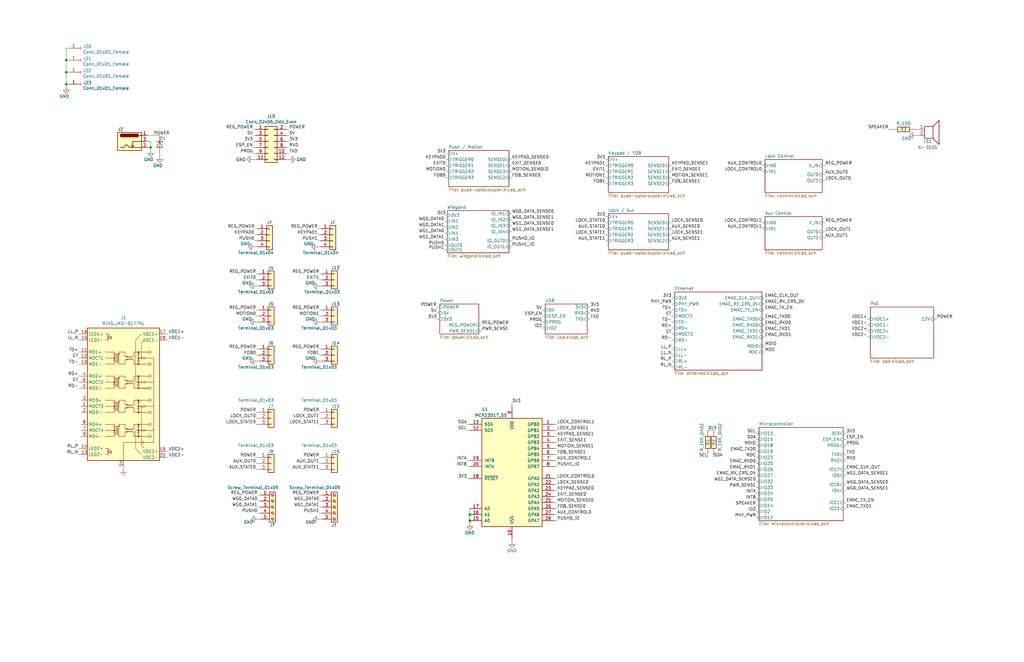
<source format=kicad_sch>
(kicad_sch (version 20211123) (generator eeschema)
  (paper "USLedger")
  (lib_symbols
    (symbol "Connector:Conn_01x01_Female" (pin_names (offset 1.016) hide)
      (property "Reference" "J" (at 0 2.54 0))
      (property "Value" "Connector_Conn_01x01_Female" (at 0 -2.54 0))
      (symbol "Conn_01x01_Female_1_1"
        (pin passive line (at -5.08 0 0) (length 3.81) (name "Pin_1") (number "1"))
      )
    )
    (symbol "Connector_Generic:Conn_02x06_Odd_Even" (pin_names (offset 1.016) hide)
      (property "Reference" "J" (at 1.27 7.62 0))
      (property "Value" "Connector_Generic_Conn_02x06_Odd_Even" (at 1.27 -10.16 0))
      (symbol "Conn_02x06_Odd_Even_1_1"
        (pin passive line (at -5.08 5.08 0) (length 3.81) (name "Pin_1") (number "1"))
        (pin passive line (at 7.62 -5.08 180) (length 3.81) (name "Pin_10") (number "10"))
        (pin passive line (at -5.08 -7.62 0) (length 3.81) (name "Pin_11") (number "11"))
        (pin passive line (at 7.62 -7.62 180) (length 3.81) (name "Pin_12") (number "12"))
        (pin passive line (at 7.62 5.08 180) (length 3.81) (name "Pin_2") (number "2"))
        (pin passive line (at -5.08 2.54 0) (length 3.81) (name "Pin_3") (number "3"))
        (pin passive line (at 7.62 2.54 180) (length 3.81) (name "Pin_4") (number "4"))
        (pin passive line (at -5.08 0 0) (length 3.81) (name "Pin_5") (number "5"))
        (pin passive line (at 7.62 0 180) (length 3.81) (name "Pin_6") (number "6"))
        (pin passive line (at -5.08 -2.54 0) (length 3.81) (name "Pin_7") (number "7"))
        (pin passive line (at 7.62 -2.54 180) (length 3.81) (name "Pin_8") (number "8"))
        (pin passive line (at -5.08 -5.08 0) (length 3.81) (name "Pin_9") (number "9"))
      )
    )
    (symbol "Open Automation:Screw_Terminal_01x05" (pin_names (offset 1.016) hide)
      (property "Reference" "J?" (at -1.27 -7.62 0))
      (property "Value" "Screw_Terminal_01x05" (at -18.415 8.255 0))
      (symbol "Screw_Terminal_01x05_1_1"
        (pin passive line (at -5.08 5.08 0) (length 3.81) (name "Pin_1") (number "1"))
        (pin passive line (at -5.08 2.54 0) (length 3.81) (name "Pin_2") (number "2"))
        (pin passive line (at -5.08 0 0) (length 3.81) (name "Pin_3") (number "3"))
        (pin passive line (at -5.08 -2.54 0) (length 3.81) (name "Pin_4") (number "4"))
        (pin passive line (at -5.08 -5.08 0) (length 3.81) (name "Pin_5") (number "5"))
      )
    )
    (symbol "Open Automation:Terminal_01x04" (pin_names (offset 1.016) hide)
      (property "Reference" "J" (at 0 5.08 0))
      (property "Value" "Terminal_01x04" (at 0 -7.62 0))
      (symbol "Terminal_01x04_1_1"
        (pin passive line (at -5.08 2.54 0) (length 3.81) (name "Pin_1") (number "1"))
        (pin passive line (at -5.08 0 0) (length 3.81) (name "Pin_2") (number "2"))
        (pin passive line (at -5.08 -2.54 0) (length 3.81) (name "Pin_3") (number "3"))
        (pin passive line (at -5.08 -5.08 0) (length 3.81) (name "Pin_4") (number "4"))
      )
    )
    (symbol "Open_Automation:AI-3035" (pin_names (offset 0) hide)
      (property "Reference" "LS" (at 1.27 5.715 0))
      (property "Value" "Open_Automation_AI-3035" (at 1.27 3.81 0))
      (symbol "AI-3035_1_1"
        (pin input line (at -5.08 0 0) (length 2.54) (name "1") (number "1"))
        (pin input line (at -5.08 -2.54 0) (length 2.54) (name "2") (number "2"))
      )
    )
    (symbol "Open_Automation:Barrel_Jack_OD5.5_ID2.5" (pin_names hide)
      (property "Reference" "J" (at 0 5.334 0))
      (symbol "Barrel_Jack_OD5.5_ID2.5_1_1"
        (pin passive line (at 7.62 2.54 180) (length 2.54) (name "~") (number "1"))
        (pin passive line (at 7.62 -2.54 180) (length 2.54) (name "~") (number "2"))
        (pin passive line (at 7.62 0 180) (length 2.54) (name "~") (number "3"))
      )
    )
    (symbol "Open_Automation:D_Zener" (pin_numbers hide) (pin_names (offset 1.016) hide)
      (property "Reference" "D" (at 0 2.54 0))
      (symbol "D_Zener_1_1"
        (pin passive line (at -3.81 0 0) (length 2.54) (name "K") (number "1"))
        (pin passive line (at 3.81 0 180) (length 2.54) (name "A") (number "2"))
      )
    )
    (symbol "Open_Automation:MCP23017_SS" (pin_names (offset 1.016))
      (property "Reference" "U" (at -11.43 24.13 0))
      (property "Value" "Open_Automation_MCP23017_SS" (at 0 0 0))
      (symbol "MCP23017_SS_1_1"
        (pin bidirectional line (at 17.78 20.32 180) (length 5.08) (name "GPB0") (number "1"))
        (pin power_in line (at 0 -27.94 90) (length 5.08) (name "VSS") (number "10"))
        (pin no_connect line (at -12.7 15.24 0) (length 5.08) hide (name "NC") (number "11"))
        (pin input line (at -17.78 17.78 0) (length 5.08) (name "SCK") (number "12"))
        (pin bidirectional line (at -17.78 20.32 0) (length 5.08) (name "SDA") (number "13"))
        (pin no_connect line (at -12.7 12.7 0) (length 5.08) hide (name "NC") (number "14"))
        (pin input line (at -17.78 -20.32 0) (length 5.08) (name "A0") (number "15"))
        (pin input line (at -17.78 -17.78 0) (length 5.08) (name "A1") (number "16"))
        (pin input line (at -17.78 -15.24 0) (length 5.08) (name "A2") (number "17"))
        (pin input line (at -17.78 -2.54 0) (length 5.08) (name "~{RESET}") (number "18"))
        (pin tri_state line (at -17.78 5.08 0) (length 5.08) (name "INTB") (number "19"))
        (pin bidirectional line (at 17.78 17.78 180) (length 5.08) (name "GPB1") (number "2"))
        (pin tri_state line (at -17.78 2.54 0) (length 5.08) (name "INTA") (number "20"))
        (pin bidirectional line (at 17.78 -2.54 180) (length 5.08) (name "GPA0") (number "21"))
        (pin bidirectional line (at 17.78 -5.08 180) (length 5.08) (name "GPA1") (number "22"))
        (pin bidirectional line (at 17.78 -7.62 180) (length 5.08) (name "GPA2") (number "23"))
        (pin bidirectional line (at 17.78 -10.16 180) (length 5.08) (name "GPA3") (number "24"))
        (pin bidirectional line (at 17.78 -12.7 180) (length 5.08) (name "GPA4") (number "25"))
        (pin bidirectional line (at 17.78 -15.24 180) (length 5.08) (name "GPA5") (number "26"))
        (pin bidirectional line (at 17.78 -17.78 180) (length 5.08) (name "GPA6") (number "27"))
        (pin bidirectional line (at 17.78 -20.32 180) (length 5.08) (name "GPA7") (number "28"))
        (pin bidirectional line (at 17.78 15.24 180) (length 5.08) (name "GPB2") (number "3"))
        (pin bidirectional line (at 17.78 12.7 180) (length 5.08) (name "GPB3") (number "4"))
        (pin bidirectional line (at 17.78 10.16 180) (length 5.08) (name "GPB4") (number "5"))
        (pin bidirectional line (at 17.78 7.62 180) (length 5.08) (name "GPB5") (number "6"))
        (pin bidirectional line (at 17.78 5.08 180) (length 5.08) (name "GPB6") (number "7"))
        (pin bidirectional line (at 17.78 2.54 180) (length 5.08) (name "GPB7") (number "8"))
        (pin power_in line (at 0 27.94 270) (length 5.08) (name "VDD") (number "9"))
      )
    )
    (symbol "Open_Automation:RJ45_JK0-0177NL"
      (property "Reference" "J1" (at 0 32.1818 0))
      (property "Value" "RJ45_JK0-0177NL" (at 0 29.8704 0))
      (symbol "RJ45_JK0-0177NL_1_1"
        (pin passive line (at -17.78 -5.08 0) (length 2.54) (name "MDCT3") (number "1"))
        (pin passive line (at -17.78 12.7 0) (length 2.54) (name "MD1-") (number "10"))
        (pin passive line (at -17.78 17.78 0) (length 2.54) (name "MD1+") (number "11"))
        (pin passive line (at -17.78 15.24 0) (length 2.54) (name "MDCT1") (number "12"))
        (pin passive line (at -17.78 -25.4 0) (length 2.54) (name "LED2-") (number "13"))
        (pin passive line (at -17.78 -22.86 0) (length 2.54) (name "LED2+") (number "14"))
        (pin passive line (at -17.78 22.86 0) (length 2.54) (name "LED1-") (number "15"))
        (pin passive line (at -17.78 25.4 0) (length 2.54) (name "LED1+") (number "16"))
        (pin passive line (at 17.78 25.4 180) (length 2.54) (name "VDC1+") (number "17"))
        (pin passive line (at 17.78 22.86 180) (length 2.54) (name "VDC1-") (number "18"))
        (pin passive line (at 17.78 -24.13 180) (length 2.54) (name "VDC2+") (number "19"))
        (pin passive line (at -17.78 -7.62 0) (length 2.54) (name "MD3-") (number "2"))
        (pin passive line (at 17.78 -26.67 180) (length 2.54) (name "VDC2-") (number "20"))
        (pin passive line (at -17.78 -2.54 0) (length 2.54) (name "MD3+") (number "3"))
        (pin passive line (at -17.78 7.62 0) (length 2.54) (name "MD2+") (number "4"))
        (pin passive line (at -17.78 2.54 0) (length 2.54) (name "MD2-") (number "5"))
        (pin passive line (at -17.78 5.08 0) (length 2.54) (name "MDCT2") (number "6"))
        (pin passive line (at -17.78 -15.24 0) (length 2.54) (name "MDCT4") (number "7"))
        (pin passive line (at -17.78 -12.7 0) (length 2.54) (name "MD4+") (number "8"))
        (pin passive line (at -17.78 -17.78 0) (length 2.54) (name "MD4-") (number "9"))
        (pin passive line (at 0 -30.48 90) (length 2.54) (name "~") (number "SH"))
      )
    )
    (symbol "Open_Automation:R_10K_0402" (pin_numbers hide) (pin_names (offset 0))
      (property "Reference" "R" (at 0 0 90))
      (property "Value" "Open_Automation_R_10K_0402" (at -1.905 0 90))
      (symbol "R_10K_0402_1_1"
        (pin passive line (at 0 -5.08 90) (length 2.54) (name "~") (number "1"))
        (pin passive line (at 0 5.08 270) (length 2.54) (name "~") (number "2"))
      )
    )
    (symbol "Open_Automation:Terminal_01x03" (pin_names (offset 1.016) hide)
      (property "Reference" "J" (at 0 5.08 0))
      (property "Value" "Open_Automation_Terminal_01x03" (at 0 -5.08 0))
      (symbol "Terminal_01x03_1_1"
        (pin passive line (at -5.08 2.54 0) (length 3.81) (name "Pin_1") (number "1"))
        (pin passive line (at -5.08 0 0) (length 3.81) (name "Pin_2") (number "2"))
        (pin passive line (at -5.08 -2.54 0) (length 3.81) (name "Pin_3") (number "3"))
      )
    )
    (symbol "Terminal_01x03_1" (pin_names (offset 1.016) hide)
      (property "Reference" "J16" (at -1.27 5.08 0))
      (property "Value" "Terminal_01x03" (at -13.97 7.62 0))
      (symbol "Terminal_01x03_1_1_1"
        (pin passive line (at -5.08 2.54 0) (length 3.81) (name "Pin_1") (number "1"))
        (pin passive line (at -5.08 0 0) (length 3.81) (name "Pin_2") (number "2"))
        (pin passive line (at -5.08 -2.54 0) (length 3.81) (name "Pin_3") (number "3"))
      )
    )
    (symbol "Terminal_01x04_1" (pin_names (offset 1.016) hide)
      (property "Reference" "J?" (at -1.27 5.08 0))
      (property "Value" "Terminal_01x04" (at -12.7 -7.62 0))
      (symbol "Terminal_01x04_1_1_1"
        (pin passive line (at -5.08 2.54 0) (length 3.81) (name "Pin_1") (number "1"))
        (pin passive line (at -5.08 0 0) (length 3.81) (name "Pin_2") (number "2"))
        (pin passive line (at -5.08 -2.54 0) (length 3.81) (name "Pin_3") (number "3"))
        (pin passive line (at -5.08 -5.08 0) (length 3.81) (name "Pin_4") (number "4"))
      )
    )
    (symbol "access-controller-rescue:R_100-Open_Automation" (pin_numbers hide) (pin_names (offset 0))
      (property "Reference" "R" (at 0 0 90))
      (property "Value" "R_100-Open_Automation" (at -1.905 0 90))
      (symbol "R_100-Open_Automation_1_1"
        (pin passive line (at 0 -5.08 90) (length 2.54) (name "~") (number "1"))
        (pin passive line (at 0 5.08 270) (length 2.54) (name "~") (number "2"))
      )
    )
    (symbol "power:Earth" (power) (pin_names (offset 0))
      (symbol "Earth_1_1"
        (pin power_in line (at 0 0 270) (length 0) hide (name "Earth") (number "1"))
      )
    )
    (symbol "power:GND" (power) (pin_names (offset 0))
      (property "Value" "power_GND" (at 0 -3.81 0))
      (symbol "GND_1_1"
        (pin power_in line (at 0 0 270) (length 0) hide (name "GND") (number "1"))
      )
    )
  )
  (junction (at 198.12 219.71))
  (junction (at 198.12 217.17))
  (junction (at 63.5 62.23))
  (junction (at 27.94 30.48))
  (junction (at 27.94 25.4))
  (junction (at 27.94 35.56))
  (wire (pts (xy 356.87 187.96) (xy 355.6 187.96)))
  (wire (pts (xy 134.62 173.99) (xy 135.89 173.99)))
  (wire (pts (xy 298.45 181.61) (xy 300.99 181.61)))
  (wire (pts (xy 283.21 152.4) (xy 284.48 152.4)))
  (wire (pts (xy 247.65 134.62) (xy 248.92 134.62)))
  (wire (pts (xy 29.21 30.48) (xy 27.94 30.48)))
  (wire (pts (xy 134.62 130.81) (xy 135.89 130.81)))
  (wire (pts (xy 134.62 211.455) (xy 135.89 211.455)))
  (wire (pts (xy 107.95 147.32) (xy 109.22 147.32)))
  (wire (pts (xy 33.02 158.75) (xy 34.29 158.75)))
  (wire (pts (xy 107.95 133.35) (xy 109.22 133.35)))
  (wire (pts (xy 187.96 64.77) (xy 189.23 64.77)))
  (wire (pts (xy 134.62 213.995) (xy 135.89 213.995)))
  (wire (pts (xy 322.58 146.05) (xy 321.31 146.05)))
  (wire (pts (xy 322.58 134.62) (xy 321.31 134.62)))
  (wire (pts (xy 321.31 69.85) (xy 322.58 69.85)))
  (wire (pts (xy 121.92 57.15) (xy 120.65 57.15)))
  (wire (pts (xy 283.21 130.81) (xy 284.48 130.81)))
  (wire (pts (xy 233.68 214.63) (xy 234.95 214.63)))
  (wire (pts (xy 233.68 204.47) (xy 234.95 204.47)))
  (wire (pts (xy 347.98 100.33) (xy 346.71 100.33)))
  (wire (pts (xy 107.95 59.69) (xy 106.68 59.69)))
  (wire (pts (xy 374.65 54.61) (xy 375.92 54.61)))
  (wire (pts (xy 33.02 140.97) (xy 34.29 140.97)))
  (wire (pts (xy 355.6 204.47) (xy 356.87 204.47)))
  (wire (pts (xy 300.99 193.04) (xy 300.99 191.77)))
  (wire (pts (xy 215.9 90.17) (xy 214.63 90.17)))
  (wire (pts (xy 228.6 135.89) (xy 229.87 135.89)))
  (wire (pts (xy 196.85 201.93) (xy 198.12 201.93)))
  (wire (pts (xy 134.62 120.65) (xy 135.89 120.65)))
  (wire (pts (xy 187.325 98.425) (xy 188.595 98.425)))
  (wire (pts (xy 27.94 20.32) (xy 27.94 25.4)))
  (wire (pts (xy 106.68 67.31) (xy 107.95 67.31)))
  (wire (pts (xy 134.62 193.04) (xy 135.89 193.04)))
  (wire (pts (xy 29.21 25.4) (xy 27.94 25.4)))
  (wire (pts (xy 233.68 196.85) (xy 234.95 196.85)))
  (wire (pts (xy 321.31 137.16) (xy 322.58 137.16)))
  (wire (pts (xy 134.62 118.11) (xy 135.89 118.11)))
  (wire (pts (xy 107.315 96.52) (xy 108.585 96.52)))
  (wire (pts (xy 318.77 195.58) (xy 320.04 195.58)))
  (wire (pts (xy 121.92 54.61) (xy 120.65 54.61)))
  (wire (pts (xy 203.2 137.16) (xy 201.93 137.16)))
  (wire (pts (xy 108.585 211.455) (xy 109.855 211.455)))
  (wire (pts (xy 255.27 91.44) (xy 256.54 91.44)))
  (wire (pts (xy 27.94 36.83) (xy 27.94 35.56)))
  (wire (pts (xy 283.21 101.6) (xy 281.94 101.6)))
  (wire (pts (xy 283.21 77.47) (xy 281.94 77.47)))
  (wire (pts (xy 365.76 139.7) (xy 367.03 139.7)))
  (wire (pts (xy 322.58 130.81) (xy 321.31 130.81)))
  (wire (pts (xy 233.68 186.69) (xy 234.95 186.69)))
  (wire (pts (xy 134.62 208.915) (xy 135.89 208.915)))
  (wire (pts (xy 107.95 118.11) (xy 109.22 118.11)))
  (wire (pts (xy 233.68 184.15) (xy 234.95 184.15)))
  (wire (pts (xy 355.6 200.66) (xy 356.87 200.66)))
  (wire (pts (xy 356.87 185.42) (xy 355.6 185.42)))
  (wire (pts (xy 255.27 69.85) (xy 256.54 69.85)))
  (wire (pts (xy 248.92 132.08) (xy 247.65 132.08)))
  (wire (pts (xy 367.03 134.62) (xy 365.76 134.62)))
  (wire (pts (xy 108.585 216.535) (xy 109.855 216.535)))
  (wire (pts (xy 189.23 67.31) (xy 187.96 67.31)))
  (wire (pts (xy 198.12 214.63) (xy 198.12 217.17)))
  (wire (pts (xy 347.98 76.2) (xy 346.71 76.2)))
  (wire (pts (xy 233.68 207.01) (xy 234.95 207.01)))
  (wire (pts (xy 107.95 130.81) (xy 109.22 130.81)))
  (wire (pts (xy 34.29 191.77) (xy 33.02 191.77)))
  (wire (pts (xy 318.77 185.42) (xy 320.04 185.42)))
  (wire (pts (xy 320.04 182.88) (xy 318.77 182.88)))
  (wire (pts (xy 120.65 64.77) (xy 121.92 64.77)))
  (wire (pts (xy 283.21 133.35) (xy 284.48 133.35)))
  (wire (pts (xy 283.21 96.52) (xy 281.94 96.52)))
  (wire (pts (xy 121.92 67.31) (xy 120.65 67.31)))
  (wire (pts (xy 322.58 125.73) (xy 321.31 125.73)))
  (wire (pts (xy 284.48 140.97) (xy 283.21 140.97)))
  (wire (pts (xy 62.23 62.23) (xy 63.5 62.23)))
  (wire (pts (xy 107.95 176.53) (xy 109.22 176.53)))
  (wire (pts (xy 255.27 72.39) (xy 256.54 72.39)))
  (wire (pts (xy 215.9 227.33) (xy 215.9 228.6)))
  (wire (pts (xy 107.95 115.57) (xy 109.22 115.57)))
  (wire (pts (xy 318.77 190.5) (xy 320.04 190.5)))
  (wire (pts (xy 134.62 152.4) (xy 135.89 152.4)))
  (wire (pts (xy 198.12 220.98) (xy 198.12 219.71)))
  (wire (pts (xy 107.95 149.86) (xy 109.22 149.86)))
  (wire (pts (xy 33.02 189.23) (xy 34.29 189.23)))
  (wire (pts (xy 367.03 142.24) (xy 365.76 142.24)))
  (wire (pts (xy 108.585 213.995) (xy 109.855 213.995)))
  (wire (pts (xy 322.58 139.7) (xy 321.31 139.7)))
  (wire (pts (xy 121.92 59.69) (xy 120.65 59.69)))
  (wire (pts (xy 255.27 101.6) (xy 256.54 101.6)))
  (wire (pts (xy 386.08 54.61) (xy 387.35 54.61)))
  (wire (pts (xy 187.96 69.85) (xy 189.23 69.85)))
  (wire (pts (xy 187.325 93.345) (xy 188.595 93.345)))
  (wire (pts (xy 255.27 99.06) (xy 256.54 99.06)))
  (wire (pts (xy 27.94 30.48) (xy 27.94 35.56)))
  (wire (pts (xy 34.29 153.67) (xy 33.02 153.67)))
  (wire (pts (xy 71.12 193.04) (xy 69.85 193.04)))
  (wire (pts (xy 356.87 182.88) (xy 355.6 182.88)))
  (wire (pts (xy 318.77 213.36) (xy 320.04 213.36)))
  (wire (pts (xy 134.62 176.53) (xy 135.89 176.53)))
  (wire (pts (xy 196.85 181.61) (xy 198.12 181.61)))
  (wire (pts (xy 133.985 96.52) (xy 135.255 96.52)))
  (wire (pts (xy 318.77 208.28) (xy 320.04 208.28)))
  (wire (pts (xy 228.6 133.35) (xy 229.87 133.35)))
  (wire (pts (xy 63.5 59.69) (xy 63.5 62.23)))
  (wire (pts (xy 284.48 135.89) (xy 283.21 135.89)))
  (wire (pts (xy 347.98 69.85) (xy 346.71 69.85)))
  (wire (pts (xy 215.9 104.14) (xy 214.63 104.14)))
  (wire (pts (xy 201.93 139.7) (xy 203.2 139.7)))
  (wire (pts (xy 320.04 198.12) (xy 318.77 198.12)))
  (wire (pts (xy 67.31 64.77) (xy 67.31 66.04)))
  (wire (pts (xy 283.21 69.85) (xy 281.94 69.85)))
  (wire (pts (xy 215.9 97.79) (xy 214.63 97.79)))
  (wire (pts (xy 107.95 120.65) (xy 109.22 120.65)))
  (wire (pts (xy 233.68 209.55) (xy 234.95 209.55)))
  (wire (pts (xy 321.31 96.52) (xy 322.58 96.52)))
  (wire (pts (xy 318.77 218.44) (xy 320.04 218.44)))
  (wire (pts (xy 187.325 95.885) (xy 188.595 95.885)))
  (wire (pts (xy 255.27 77.47) (xy 256.54 77.47)))
  (wire (pts (xy 134.62 219.075) (xy 135.89 219.075)))
  (wire (pts (xy 347.98 93.98) (xy 346.71 93.98)))
  (wire (pts (xy 121.92 62.23) (xy 120.65 62.23)))
  (wire (pts (xy 196.85 196.85) (xy 198.12 196.85)))
  (wire (pts (xy 134.62 195.58) (xy 135.89 195.58)))
  (wire (pts (xy 356.87 212.09) (xy 355.6 212.09)))
  (wire (pts (xy 228.6 138.43) (xy 229.87 138.43)))
  (wire (pts (xy 356.87 198.12) (xy 355.6 198.12)))
  (wire (pts (xy 283.21 74.93) (xy 281.94 74.93)))
  (wire (pts (xy 107.95 193.04) (xy 109.22 193.04)))
  (wire (pts (xy 185.42 129.54) (xy 184.15 129.54)))
  (wire (pts (xy 215.9 74.93) (xy 214.63 74.93)))
  (wire (pts (xy 318.77 200.66) (xy 320.04 200.66)))
  (wire (pts (xy 34.29 143.51) (xy 33.02 143.51)))
  (wire (pts (xy 189.23 72.39) (xy 187.96 72.39)))
  (wire (pts (xy 106.68 54.61) (xy 107.95 54.61)))
  (wire (pts (xy 187.96 74.93) (xy 189.23 74.93)))
  (wire (pts (xy 106.68 57.15) (xy 107.95 57.15)))
  (wire (pts (xy 134.62 133.35) (xy 135.89 133.35)))
  (wire (pts (xy 284.48 154.94) (xy 283.21 154.94)))
  (wire (pts (xy 322.58 142.24) (xy 321.31 142.24)))
  (wire (pts (xy 283.21 93.98) (xy 281.94 93.98)))
  (wire (pts (xy 62.23 57.15) (xy 67.31 57.15)))
  (wire (pts (xy 134.62 198.12) (xy 135.89 198.12)))
  (wire (pts (xy 386.08 57.15) (xy 387.35 57.15)))
  (wire (pts (xy 187.325 100.965) (xy 188.595 100.965)))
  (wire (pts (xy 356.87 207.01) (xy 355.6 207.01)))
  (wire (pts (xy 196.85 194.31) (xy 198.12 194.31)))
  (wire (pts (xy 215.9 72.39) (xy 214.63 72.39)))
  (wire (pts (xy 27.94 35.56) (xy 29.21 35.56)))
  (wire (pts (xy 255.27 74.93) (xy 256.54 74.93)))
  (wire (pts (xy 318.77 215.9) (xy 320.04 215.9)))
  (wire (pts (xy 108.585 219.075) (xy 109.855 219.075)))
  (wire (pts (xy 107.95 64.77) (xy 106.68 64.77)))
  (wire (pts (xy 107.95 152.4) (xy 109.22 152.4)))
  (wire (pts (xy 134.62 216.535) (xy 135.89 216.535)))
  (wire (pts (xy 52.07 198.12) (xy 52.07 196.85)))
  (wire (pts (xy 215.9 101.6) (xy 214.63 101.6)))
  (wire (pts (xy 107.95 195.58) (xy 109.22 195.58)))
  (wire (pts (xy 215.9 95.25) (xy 214.63 95.25)))
  (wire (pts (xy 214.63 69.85) (xy 215.9 69.85)))
  (wire (pts (xy 318.77 187.96) (xy 320.04 187.96)))
  (wire (pts (xy 233.68 219.71) (xy 234.95 219.71)))
  (wire (pts (xy 322.58 128.27) (xy 321.31 128.27)))
  (wire (pts (xy 284.48 128.27) (xy 283.21 128.27)))
  (wire (pts (xy 322.58 148.59) (xy 321.31 148.59)))
  (wire (pts (xy 320.04 193.04) (xy 318.77 193.04)))
  (wire (pts (xy 233.68 179.07) (xy 234.95 179.07)))
  (wire (pts (xy 283.21 143.51) (xy 284.48 143.51)))
  (wire (pts (xy 34.29 161.29) (xy 33.02 161.29)))
  (wire (pts (xy 134.62 135.89) (xy 135.89 135.89)))
  (wire (pts (xy 215.9 67.31) (xy 214.63 67.31)))
  (wire (pts (xy 134.62 179.07) (xy 135.89 179.07)))
  (wire (pts (xy 187.325 103.505) (xy 188.595 103.505)))
  (wire (pts (xy 320.04 203.2) (xy 318.77 203.2)))
  (wire (pts (xy 283.21 138.43) (xy 284.48 138.43)))
  (wire (pts (xy 185.42 134.62) (xy 184.15 134.62)))
  (wire (pts (xy 215.9 92.71) (xy 214.63 92.71)))
  (wire (pts (xy 69.85 190.5) (xy 71.12 190.5)))
  (wire (pts (xy 255.27 67.31) (xy 256.54 67.31)))
  (wire (pts (xy 107.95 173.99) (xy 109.22 173.99)))
  (wire (pts (xy 215.9 170.18) (xy 215.9 171.45)))
  (wire (pts (xy 321.31 72.39) (xy 322.58 72.39)))
  (wire (pts (xy 134.62 149.86) (xy 135.89 149.86)))
  (wire (pts (xy 71.12 143.51) (xy 69.85 143.51)))
  (wire (pts (xy 283.21 72.39) (xy 281.94 72.39)))
  (wire (pts (xy 283.21 125.73) (xy 284.48 125.73)))
  (wire (pts (xy 107.95 62.23) (xy 106.68 62.23)))
  (wire (pts (xy 198.12 179.07) (xy 196.85 179.07)))
  (wire (pts (xy 107.95 198.12) (xy 109.22 198.12)))
  (wire (pts (xy 107.315 104.14) (xy 108.585 104.14)))
  (wire (pts (xy 133.985 104.14) (xy 135.255 104.14)))
  (wire (pts (xy 187.325 105.41) (xy 188.595 105.41)))
  (wire (pts (xy 233.68 181.61) (xy 234.95 181.61)))
  (wire (pts (xy 356.87 191.77) (xy 355.6 191.77)))
  (wire (pts (xy 33.02 151.13) (xy 34.29 151.13)))
  (wire (pts (xy 134.62 147.32) (xy 135.89 147.32)))
  (wire (pts (xy 198.12 217.17) (xy 198.12 219.71)))
  (wire (pts (xy 283.21 147.32) (xy 284.48 147.32)))
  (wire (pts (xy 29.21 20.32) (xy 27.94 20.32)))
  (wire (pts (xy 107.95 179.07) (xy 109.22 179.07)))
  (wire (pts (xy 185.42 132.08) (xy 184.15 132.08)))
  (wire (pts (xy 233.68 201.93) (xy 234.95 201.93)))
  (wire (pts (xy 284.48 149.86) (xy 283.21 149.86)))
  (wire (pts (xy 318.77 205.74) (xy 320.04 205.74)))
  (wire (pts (xy 133.985 101.6) (xy 135.255 101.6)))
  (wire (pts (xy 255.27 93.98) (xy 256.54 93.98)))
  (wire (pts (xy 233.68 212.09) (xy 234.95 212.09)))
  (wire (pts (xy 62.23 59.69) (xy 63.5 59.69)))
  (wire (pts (xy 318.77 210.82) (xy 320.04 210.82)))
  (wire (pts (xy 133.985 99.06) (xy 135.255 99.06)))
  (wire (pts (xy 107.95 135.89) (xy 109.22 135.89)))
  (wire (pts (xy 346.71 73.66) (xy 347.98 73.66)))
  (wire (pts (xy 393.7 134.62) (xy 394.97 134.62)))
  (wire (pts (xy 33.02 163.83) (xy 34.29 163.83)))
  (wire (pts (xy 283.21 99.06) (xy 281.94 99.06)))
  (wire (pts (xy 134.62 115.57) (xy 135.89 115.57)))
  (wire (pts (xy 33.02 148.59) (xy 34.29 148.59)))
  (wire (pts (xy 187.96 90.805) (xy 188.595 90.805)))
  (wire (pts (xy 298.45 193.04) (xy 298.45 191.77)))
  (wire (pts (xy 233.68 191.77) (xy 234.95 191.77)))
  (wire (pts (xy 346.71 97.79) (xy 347.98 97.79)))
  (wire (pts (xy 27.94 25.4) (xy 27.94 30.48)))
  (wire (pts (xy 255.27 96.52) (xy 256.54 96.52)))
  (wire (pts (xy 107.315 99.06) (xy 108.585 99.06)))
  (wire (pts (xy 63.5 62.23) (xy 63.5 63.5)))
  (wire (pts (xy 248.92 129.54) (xy 247.65 129.54)))
  (wire (pts (xy 107.315 101.6) (xy 108.585 101.6)))
  (wire (pts (xy 365.76 137.16) (xy 367.03 137.16)))
  (wire (pts (xy 233.68 189.23) (xy 234.95 189.23)))
  (wire (pts (xy 234.95 217.17) (xy 233.68 217.17)))
  (wire (pts (xy 234.95 194.31) (xy 233.68 194.31)))
  (wire (pts (xy 321.31 93.98) (xy 322.58 93.98)))
  (wire (pts (xy 355.6 214.63) (xy 356.87 214.63)))
  (wire (pts (xy 108.585 208.915) (xy 109.855 208.915)))
  (wire (pts (xy 69.85 140.97) (xy 71.12 140.97)))
  (wire (pts (xy 228.6 130.81) (xy 229.87 130.81)))
  (wire (pts (xy 355.6 194.31) (xy 356.87 194.31)))
  (label "SCL" (at 196.85 181.61 180))
  (label "3V3" (at 215.9 170.18 0))
  (label "EMAC_TX_EN" (at 322.58 130.81 0))
  (label "WG0_DATA_SENSE0" (at 356.87 204.47 0))
  (label "SCL" (at 318.77 182.88 180))
  (label "KEYPAD1" (at 255.27 69.85 180))
  (label "WG1_DATA0" (at 134.62 211.455 180))
  (label "5V" (at 121.92 57.15 0))
  (label "AUX_CONTROL1" (at 234.95 194.31 0))
  (label "INTB" (at 318.77 210.82 180))
  (label "AUX_OUT1" (at 347.98 100.33 0))
  (label "LOCK_STATE0" (at 255.27 93.98 180))
  (label "REG_POWER" (at 107.95 115.57 180))
  (label "VDC1-" (at 365.76 137.16 180))
  (label "FOB1" (at 255.27 77.47 180))
  (label "MDC" (at 318.77 193.04 180))
  (label "WG1_DATA1" (at 134.62 213.995 180))
  (label "REG_POWER" (at 107.315 96.52 180))
  (label "SPEAKER" (at 318.77 213.36 180))
  (label "MOTION1" (at 134.62 133.35 180))
  (label "INTA" (at 318.77 208.28 180))
  (label "RL_P" (at 283.21 152.4 180))
  (label "PUSH1" (at 134.62 216.535 180))
  (label "WG0_DATA_SENSE1" (at 215.9 92.71 0))
  (label "CT" (at 33.02 151.13 180))
  (label "LOCK_SENSE0" (at 283.21 93.98 0))
  (label "TD-" (at 283.21 135.89 180))
  (label "PUSH0" (at 187.325 103.505 180))
  (label "REG_POWER" (at 106.68 54.61 180))
  (label "LOCK_CONTROL1" (at 234.95 179.07 0))
  (label "REG_POWER" (at 347.98 69.85 0))
  (label "WG0_DATA0" (at 187.325 93.345 180))
  (label "POWER" (at 107.95 173.99 180))
  (label "EMAC_TX_EN" (at 356.87 212.09 0))
  (label "MOTION_SENSE1" (at 234.95 189.23 0))
  (label "WG1_DATA_SENSE1" (at 215.9 97.79 0))
  (label "REG_POWER" (at 347.98 93.98 0))
  (label "LOCK_OUT0" (at 347.98 76.2 0))
  (label "SDA" (at 300.99 193.04 0))
  (label "PROG" (at 228.6 135.89 180))
  (label "VDC2+" (at 365.76 139.7 180))
  (label "WG1_DATA_SENSE0" (at 215.9 95.25 0))
  (label "WG0_DATA_SENSE1" (at 356.87 207.01 0))
  (label "EMAC_RXD1" (at 318.77 198.12 180))
  (label "AUX_OUT0" (at 107.95 195.58 180))
  (label "PROG" (at 106.68 64.77 180))
  (label "MOTION1" (at 255.27 74.93 180))
  (label "RD+" (at 283.21 138.43 180))
  (label "EXIT_SENSE0" (at 234.95 209.55 0))
  (label "PUSH1" (at 133.985 101.6 180))
  (label "WG0_DATA_SENSE0" (at 215.9 90.17 0))
  (label "WG1_DATA0" (at 187.325 98.425 180))
  (label "POWER" (at 121.92 54.61 0))
  (label "ESP_EN" (at 106.68 62.23 180))
  (label "VDC2-" (at 71.12 193.04 0))
  (label "3V3" (at 187.96 90.805 180))
  (label "EXIT0" (at 187.96 69.85 180))
  (label "AUX_CONTROL0" (at 234.95 217.17 0))
  (label "TXD" (at 356.87 191.77 0))
  (label "EMAC_CLK_OUT" (at 356.87 198.12 0))
  (label "EMAC_RXD0" (at 322.58 137.16 0))
  (label "SDA" (at 196.85 179.07 180))
  (label "KEYPAD_SENSE0" (at 234.95 207.01 0))
  (label "EXIT_SENSE1" (at 283.21 72.39 0))
  (label "LOCK_SENSE1" (at 283.21 99.06 0))
  (label "PROG" (at 356.87 187.96 0))
  (label "WG0_DATA1" (at 108.585 213.995 180))
  (label "EMAC_CLK_OUT" (at 322.58 125.73 0))
  (label "FOB_SENSE0" (at 215.9 74.93 0))
  (label "PUSH1" (at 187.325 105.41 180))
  (label "VDC2-" (at 365.76 142.24 180))
  (label "IO2" (at 228.6 138.43 180))
  (label "PUSH1_IO" (at 234.95 196.85 0))
  (label "PHY_PWR" (at 318.77 218.44 180))
  (label "RXD" (at 356.87 194.31 0))
  (label "EMAC_RX_CRS_DV" (at 322.58 128.27 0))
  (label "MOTION_SENSE0" (at 234.95 212.09 0))
  (label "VDC2+" (at 71.12 190.5 0))
  (label "VDC1+" (at 365.76 134.62 180))
  (label "POWER" (at 107.95 193.04 180))
  (label "FOB0" (at 107.95 149.86 180))
  (label "LOCK_STATE1" (at 255.27 99.06 180))
  (label "WG1_DATA1" (at 187.325 100.965 180))
  (label "KEYPAD0" (at 107.315 99.06 180))
  (label "RL_N" (at 33.02 191.77 180))
  (label "CT" (at 283.21 133.35 180))
  (label "WG0_DATA0" (at 108.585 211.455 180))
  (label "WG1_DATA_SENSE1" (at 356.87 200.66 0))
  (label "EMAC_TXD1" (at 322.58 139.7 0))
  (label "AUX_STATE1" (at 134.62 198.12 180))
  (label "LOCK_OUT0" (at 107.95 176.53 180))
  (label "3V3" (at 106.68 59.69 180))
  (label "POWER" (at 134.62 173.99 180))
  (label "EMAC_TXD0" (at 322.58 134.62 0))
  (label "5V" (at 228.6 130.81 180))
  (label "EMAC_RX_CRS_DV" (at 318.77 200.66 180))
  (label "LOCK_OUT1" (at 134.62 176.53 180))
  (label "REG_POWER" (at 107.95 130.81 180))
  (label "LOCK_OUT1" (at 347.98 97.79 0))
  (label "3V3" (at 121.92 59.69 0))
  (label "FOB_SENSE1" (at 234.95 191.77 0))
  (label "PHY_PWR" (at 283.21 128.27 180))
  (label "KEYPAD0" (at 187.96 67.31 180))
  (label "PUSH0" (at 107.315 101.6 180))
  (label "PUSH0_IO" (at 215.9 101.6 0))
  (label "EXIT1" (at 134.62 118.11 180))
  (label "LOCK_SENSE1" (at 234.95 181.61 0))
  (label "LL_N" (at 283.21 149.86 180))
  (label "AUX_SENSE1" (at 283.21 101.6 0))
  (label "MOTION0" (at 187.96 72.39 180))
  (label "WG0_DATA1" (at 187.325 95.885 180))
  (label "3V3" (at 255.27 91.44 180))
  (label "CT" (at 33.02 161.29 180))
  (label "REG_POWER" (at 134.62 208.915 180))
  (label "LOCK_STATE0" (at 107.95 179.07 180))
  (label "3V3" (at 248.92 129.54 0))
  (label "TXD" (at 248.92 134.62 0))
  (label "POWER" (at 134.62 193.04 180))
  (label "PWR_SENSE" (at 318.77 205.74 180))
  (label "LOCK_CONTROL0" (at 234.95 201.93 0))
  (label "RL_P" (at 33.02 189.23 180))
  (label "LL_N" (at 33.02 143.51 180))
  (label "MOTION0" (at 107.95 133.35 180))
  (label "POWER" (at 394.97 134.62 0))
  (label "AUX_CONTROL1" (at 321.31 96.52 180))
  (label "TD-" (at 33.02 153.67 180))
  (label "5V" (at 106.68 57.15 180))
  (label "REG_POWER" (at 134.62 130.81 180))
  (label "MOTION_SENSE1" (at 283.21 74.93 0))
  (label "RD+" (at 33.02 158.75 180))
  (label "MDC" (at 322.58 148.59 0))
  (label "POWER" (at 64.77 57.15 0))
  (label "RL_N" (at 283.21 154.94 180))
  (label "POWER" (at 184.15 129.54 180))
  (label "3V3" (at 255.27 67.31 180))
  (label "PUSH1_IO" (at 215.9 104.14 0))
  (label "5V" (at 184.15 132.08 180))
  (label "VDC1+" (at 71.12 140.97 0))
  (label "KEYPAD_SENSE1" (at 234.95 184.15 0))
  (label "PWR_SENSE" (at 203.2 139.7 0))
  (label "AUX_OUT0" (at 347.98 73.66 0))
  (label "SCL" (at 298.45 193.04 180))
  (label "3V3" (at 196.85 201.93 180))
  (label "RD-" (at 33.02 163.83 180))
  (label "MDIO" (at 318.77 187.96 180))
  (label "SDA" (at 318.77 185.42 180))
  (label "ESP_EN" (at 356.87 185.42 0))
  (label "3V3" (at 356.87 182.88 0))
  (label "IO2" (at 318.77 215.9 180))
  (label "AUX_SENSE0" (at 283.21 96.52 0))
  (label "PUSH0_IO" (at 234.95 219.71 0))
  (label "PUSH0" (at 108.585 216.535 180))
  (label "FOB0" (at 187.96 74.93 180))
  (label "KEYPAD1" (at 133.985 99.06 180))
  (label "REG_POWER" (at 203.2 137.16 0))
  (label "EXIT1" (at 255.27 72.39 180))
  (label "REG_POWER" (at 107.95 147.32 180))
  (label "LL_P" (at 283.21 147.32 180))
  (label "FOB_SENSE1" (at 283.21 77.47 0))
  (label "WG1_DATA_SENSE0" (at 318.77 203.2 180))
  (label "LOCK_SENSE0" (at 234.95 204.47 0))
  (label "EMAC_RXD1" (at 322.58 142.24 0))
  (label "EXIT0" (at 107.95 118.11 180))
  (label "LOCK_STATE1" (at 134.62 179.07 180))
  (label "AUX_STATE0" (at 107.95 198.12 180))
  (label "EMAC_TXD0" (at 318.77 190.5 180))
  (label "KEYPAD_SENSE1" (at 283.21 69.85 0))
  (label "TD+" (at 33.02 148.59 180))
  (label "SPEAKER" (at 374.65 54.61 180))
  (label "RD-" (at 283.21 143.51 180))
  (label "REG_POWER" (at 133.985 96.52 180))
  (label "LOCK_CONTROL1" (at 321.31 93.98 180))
  (label "EMAC_RXD0" (at 318.77 195.58 180))
  (label "TXD" (at 121.92 64.77 0))
  (label "3V3" (at 283.21 125.73 180))
  (label "3V3" (at 187.96 64.77 180))
  (label "AUX_STATE0" (at 255.27 96.52 180))
  (label "EXIT_SENSE0" (at 215.9 69.85 0))
  (label "MDIO" (at 322.58 146.05 0))
  (label "ESP_EN" (at 228.6 133.35 180))
  (label "RXD" (at 248.92 132.08 0))
  (label "RXD" (at 121.92 62.23 0))
  (label "MOTION_SENSE0" (at 215.9 72.39 0))
  (label "REG_POWER" (at 134.62 115.57 180))
  (label "KEYPAD_SENSE0" (at 215.9 67.31 0))
  (label "VDC1-" (at 71.12 143.51 0))
  (label "AUX_CONTROL0" (at 321.31 69.85 180))
  (label "CT" (at 283.21 140.97 180))
  (label "LL_P" (at 33.02 140.97 180))
  (label "3V3" (at 184.15 134.62 180))
  (label "INTA" (at 196.85 194.31 180))
  (label "FOB1" (at 134.62 149.86 180))
  (label "LOCK_CONTROL0" (at 321.31 72.39 180))
  (label "REG_POWER" (at 134.62 147.32 180))
  (label "REG_POWER" (at 108.585 208.915 180))
  (label "AUX_STATE1" (at 255.27 101.6 180))
  (label "EXIT_SENSE1" (at 234.95 186.69 0))
  (label "AUX_OUT1" (at 134.62 195.58 180))
  (label "EMAC_TXD1" (at 356.87 214.63 0))
  (label "3V3" (at 298.45 181.61 0))
  (label "INTB" (at 196.85 196.85 180))
  (label "TD+" (at 283.21 130.81 180))
  (label "FOB_SENSE0" (at 234.95 214.63 0))
  (symbol (lib_id "power:GND") (at 107.95 120.65 270) (unit 1)
    (property "Reference" "#PWR05" (effects hide))
    (property "Value" "GND" (at 104.14 119.38 90))
  )
  (symbol (lib_id "power:GND") (at 107.95 135.89 270) (unit 1)
    (property "Reference" "#PWR06" (effects hide))
    (property "Value" "GND" (at 104.14 134.62 90))
  )
  (symbol (lib_id "power:GND") (at 107.95 152.4 270) (unit 1)
    (property "Reference" "#PWR07" (effects hide))
    (property "Value" "GND" (at 104.14 151.13 90))
  )
  (symbol (lib_id "power:GND") (at 134.62 120.65 270) (unit 1)
    (property "Reference" "#PWR014" (effects hide))
    (property "Value" "GND" (at 130.81 119.38 90))
  )
  (symbol (lib_id "power:GND") (at 134.62 135.89 270) (unit 1)
    (property "Reference" "#PWR015" (effects hide))
    (property "Value" "GND" (at 130.81 134.62 90))
  )
  (symbol (lib_id "power:GND") (at 134.62 152.4 270) (unit 1)
    (property "Reference" "#PWR016" (effects hide))
    (property "Value" "GND" (at 130.81 151.13 90))
  )
  (symbol (lib_id "Open_Automation:MCP23017_SS") (at 215.9 199.39 0) (unit 1)
    (property "Reference" "U1" (at 204.47 172.72 0))
    (property "Value" "MCP23017_SS" (at 207.01 175.26 0))
    (property "Footprint" "Package_SO:SOIC-28W_7.5x17.9mm_P1.27mm" (effects hide))
    (property "Datasheet" "https://datasheet.lcsc.com/szlcsc/Microchip-Tech-MCP23017-E-SO_C47023.pdf" (effects hide))
    (property "Part Number" "MCP23017-E/SO" (effects hide))
    (property "LCSC" "C47023" (effects hide))
  )
  (symbol (lib_id "power:GND") (at 215.9 228.6 0) (unit 1)
    (property "Reference" "#PWR019" (effects hide))
    (property "Value" "GND" (at 215.9 232.41 0))
  )
  (symbol (lib_id "power:GND") (at 198.12 220.98 0) (unit 1)
    (property "Reference" "#PWR018" (effects hide))
    (property "Value" "GND" (at 198.12 224.79 0))
  )
  (symbol (lib_id "power:GND") (at 386.08 57.15 270) (unit 1)
    (property "Reference" "#PWR020" (effects hide))
    (property "Value" "GND" (at 382.27 58.42 90))
  )
  (symbol (lib_id "access-controller-rescue:R_100-Open_Automation") (at 381 54.61 90) (unit 1)
    (property "Reference" "R3" (at 381 54.61 90))
    (property "Value" "R_100" (at 381 52.07 90))
    (property "Footprint" "Resistor_SMD:R_0603_1608Metric_Pad0.98x0.95mm_HandSolder" (effects hide))
    (property "Datasheet" "https://datasheet.lcsc.com/szlcsc/Uniroyal-Elec-0603WAF1000T5E_C22775.pdf" (effects hide))
    (property "Part Number" "0603WAF1000T5E" (effects hide))
    (property "LCSC" "C22775" (effects hide))
  )
  (symbol (lib_id "power:GND") (at 121.92 67.31 90) (unit 1)
    (property "Reference" "#PWR012" (effects hide))
    (property "Value" "GND" (at 127 67.31 90))
  )
  (symbol (lib_id "power:GND") (at 106.68 67.31 270) (unit 1)
    (property "Reference" "#PWR010" (effects hide))
    (property "Value" "GND" (at 101.6 67.31 90))
  )
  (symbol (lib_id "Open_Automation:AI-3035") (at 392.43 54.61 0) (unit 1)
    (property "Reference" "LS1" (at 391.16 59.69 0))
    (property "Value" "AI-3035" (at 391.16 62.23 0))
    (property "Footprint" "Open_Automation:AI-3035" (effects hide))
    (property "Datasheet" "https://www.puiaudio.com/media/SpecSheet/AI-3035-TWT-3V-R.pdf" (effects hide))
    (property "Part Number" "AI-3035-TWT-3V-R" (effects hide))
  )
  (symbol (lib_id "Open_Automation:Terminal_01x03") (at 114.3 195.58 0) (unit 1)
    (property "Reference" "J8" (at 113.03 190.5 0) (effects (justify left)))
    (property "Value" "Terminal_01x03" (at 100.33 187.96 0) (effects (justify left)))
    (property "Footprint" "Open_Automation:Terminal_1,5_3-G-5.08_1x03_P5.08mm_Horizontal" (effects hide))
    (property "Datasheet" "https://www.aliexpress.com/item/32698854423.html?spm=a2g0s.9042311.0.0.24384c4d17Okx6" (effects hide))
  )
  (symbol (lib_name "Terminal_01x03_1") (lib_id "Open_Automation:Terminal_01x03") (at 140.97 195.58 0) (unit 1)
    (property "Reference" "J16" (at 139.7 190.5 0) (effects (justify left)))
    (property "Value" "Terminal_01x03" (at 127 187.96 0) (effects (justify left)))
    (property "Footprint" "TerminalBlock_Phoenix:TerminalBlock_Phoenix_MKDS-3-3-5.08_1x03_P5.08mm_Horizontal" (effects hide))
    (property "Datasheet" "https://www.aliexpress.com/item/32698854423.html?spm=a2g0s.9042311.0.0.24384c4d17Okx6" (effects hide))
  )
  (symbol (lib_id "Open_Automation:Terminal_01x03") (at 140.97 176.53 0) (unit 1)
    (property "Reference" "J15" (at 139.7 171.45 0) (effects (justify left)))
    (property "Value" "Terminal_01x03" (at 127 168.91 0) (effects (justify left)))
    (property "Footprint" "Open_Automation:Terminal_1,5_3-G-5.08_1x03_P5.08mm_Horizontal" (effects hide))
    (property "Datasheet" "https://www.aliexpress.com/item/32698854423.html?spm=a2g0s.9042311.0.0.24384c4d17Okx6" (effects hide))
  )
  (symbol (lib_id "Open_Automation:Terminal_01x03") (at 114.3 176.53 0) (unit 1)
    (property "Reference" "J7" (at 113.03 171.45 0) (effects (justify left)))
    (property "Value" "Terminal_01x03" (at 100.33 168.91 0) (effects (justify left)))
    (property "Footprint" "Open_Automation:Terminal_1,5_3-G-5.08_1x03_P5.08mm_Horizontal" (effects hide))
    (property "Datasheet" "https://www.aliexpress.com/item/32698854423.html?spm=a2g0s.9042311.0.0.24384c4d17Okx6" (effects hide))
  )
  (symbol (lib_id "Open_Automation:Terminal_01x03") (at 114.3 118.11 0) (unit 1)
    (property "Reference" "J4" (at 113.03 113.03 0) (effects (justify left)))
    (property "Value" "Terminal_01x03" (at 100.33 123.19 0) (effects (justify left)))
    (property "Footprint" "Open_Automation:Terminal_1,5_3-G-5.08_1x03_P5.08mm_Horizontal" (effects hide))
    (property "Datasheet" "https://www.aliexpress.com/item/32698854423.html?spm=a2g0s.9042311.0.0.24384c4d17Okx6" (effects hide))
  )
  (symbol (lib_id "Open_Automation:Terminal_01x03") (at 140.97 118.11 0) (unit 1)
    (property "Reference" "J12" (at 139.7 113.03 0) (effects (justify left)))
    (property "Value" "Terminal_01x03" (at 128.27 123.19 0) (effects (justify left)))
    (property "Footprint" "Open_Automation:Terminal_1,5_3-G-5.08_1x03_P5.08mm_Horizontal" (effects hide))
    (property "Datasheet" "https://www.aliexpress.com/item/32698854423.html?spm=a2g0s.9042311.0.0.24384c4d17Okx6" (effects hide))
  )
  (symbol (lib_id "Open_Automation:Terminal_01x03") (at 114.3 133.35 0) (unit 1)
    (property "Reference" "J5" (at 113.03 128.27 0) (effects (justify left)))
    (property "Value" "Terminal_01x03" (at 100.33 138.43 0) (effects (justify left)))
    (property "Footprint" "Open_Automation:Terminal_1,5_3-G-5.08_1x03_P5.08mm_Horizontal" (effects hide))
    (property "Datasheet" "https://www.aliexpress.com/item/32698854423.html?spm=a2g0s.9042311.0.0.24384c4d17Okx6" (effects hide))
  )
  (symbol (lib_id "Open_Automation:Terminal_01x03") (at 140.97 133.35 0) (unit 1)
    (property "Reference" "J13" (at 139.7 128.27 0) (effects (justify left)))
    (property "Value" "Terminal_01x03" (at 127 138.43 0) (effects (justify left)))
    (property "Footprint" "Open_Automation:Terminal_1,5_3-G-5.08_1x03_P5.08mm_Horizontal" (effects hide))
    (property "Datasheet" "https://www.aliexpress.com/item/32698854423.html?spm=a2g0s.9042311.0.0.24384c4d17Okx6" (effects hide))
  )
  (symbol (lib_id "Open_Automation:Terminal_01x03") (at 114.3 149.86 0) (unit 1)
    (property "Reference" "J6" (at 113.03 144.78 0) (effects (justify left)))
    (property "Value" "Terminal_01x03" (at 100.33 154.94 0) (effects (justify left)))
    (property "Footprint" "Open_Automation:Terminal_1,5_3-G-5.08_1x03_P5.08mm_Horizontal" (effects hide))
    (property "Datasheet" "https://www.aliexpress.com/item/32698854423.html?spm=a2g0s.9042311.0.0.24384c4d17Okx6" (effects hide))
  )
  (symbol (lib_id "Open_Automation:Terminal_01x03") (at 140.97 149.86 0) (unit 1)
    (property "Reference" "J14" (at 139.7 144.78 0) (effects (justify left)))
    (property "Value" "Terminal_01x03" (at 127 154.94 0) (effects (justify left)))
    (property "Footprint" "Open_Automation:Terminal_1,5_3-G-5.08_1x03_P5.08mm_Horizontal" (effects hide))
    (property "Datasheet" "https://www.aliexpress.com/item/32698854423.html?spm=a2g0s.9042311.0.0.24384c4d17Okx6" (effects hide))
  )
  (symbol (lib_id "Open_Automation:R_10K_0402") (at 300.99 186.69 0) (unit 1)
    (property "Reference" "R2" (at 300.99 187.96 90) (effects (justify left)))
    (property "Value" "R_10K_0402" (at 303.53 190.5 90) (effects (justify left)))
    (property "Footprint" "Resistor_SMD:R_0402_1005Metric_Pad0.72x0.64mm_HandSolder" (effects hide))
    (property "Datasheet" "https://datasheet.lcsc.com/szlcsc/Uniroyal-Elec-0402WGF1002TCE_C25744.pdf" (effects hide))
    (property "Part Number" "0402WGF1002TCE" (effects hide))
    (property "LCSC" "C25744" (effects hide))
  )
  (symbol (lib_id "Open_Automation:R_10K_0402") (at 298.45 186.69 0) (unit 1)
    (property "Reference" "R1" (at 298.45 187.96 90) (effects (justify left)))
    (property "Value" "R_10K_0402" (at 295.91 190.5 90) (effects (justify left)))
    (property "Footprint" "Resistor_SMD:R_0402_1005Metric_Pad0.72x0.64mm_HandSolder" (effects hide))
    (property "Datasheet" "https://datasheet.lcsc.com/szlcsc/Uniroyal-Elec-0402WGF1002TCE_C25744.pdf" (effects hide))
    (property "Part Number" "0402WGF1002TCE" (effects hide))
    (property "LCSC" "C25744" (effects hide))
  )
  (symbol (lib_id "Open_Automation:RJ45_JK0-0177NL") (at 52.07 166.37 0) (unit 1)
    (property "Reference" "J1" (at 52.07 134.1882 0))
    (property "Value" "RJ45_JK0-0177NL" (at 52.07 136.4996 0))
    (property "Footprint" "Open_Automation:RJ45_JK0-0177NL" (effects hide))
    (property "Datasheet" "https://productfinder.pulseeng.com/doc_type/WEB301/doc_num/J432/doc_part/J432.pdf" (effects hide))
    (property "Part Number" "JK0-0177NL" (effects hide))
  )
  (symbol (lib_id "power:GND") (at 67.31 66.04 0) (unit 1)
    (property "Reference" "#PWR03" (effects hide))
    (property "Value" "GND" (at 68.58 69.85 0) (effects (justify right)))
  )
  (symbol (lib_id "Open_Automation:Barrel_Jack_OD5.5_ID2.5") (at 54.61 59.69 0) (unit 1)
    (property "Reference" "J2" (at 50.8 54.61 0))
    (property "Value" "Barrel_Jack_OD5.5_ID2.5" (effects hide))
    (property "Footprint" "Open_Automation:BarrelJack_OD5.5_ID2.5" (effects hide))
    (property "Datasheet" "https://www.cui.com/product/resource/pj-202b.pdf" (effects hide))
    (property "Website" "https://www.digikey.com/product-detail/en/cui-inc/PJ-202B/CP-202B-ND/252008" (effects hide))
    (property "Part Number" "PJ-202A" (effects hide))
  )
  (symbol (lib_id "Open_Automation:D_Zener") (at 67.31 60.96 270) (unit 1)
    (property "Reference" "D1" (at 68.58 58.42 90))
    (property "Value" "D_Zener" (effects hide))
    (property "Footprint" "Diode_SMD:D_SMB_Handsoldering" (effects hide))
    (property "Datasheet" "https://datasheet.lcsc.com/szlcsc/Shenzhen-Ruilongyuan-Elec-SMBJ26CA_C8835.pdf" (effects hide))
    (property "Part Number" "SMBJ26CA" (effects hide))
    (property "LCSC" "C8835" (effects hide))
  )
  (symbol (lib_id "power:GND") (at 63.5 63.5 0) (unit 1)
    (property "Reference" "#PWR02" (effects hide))
    (property "Value" "GND" (at 64.77 67.31 0) (effects (justify right)))
  )
  (symbol (lib_id "Connector_Generic:Conn_02x06_Odd_Even") (at 113.03 59.69 0) (unit 1)
    (property "Reference" "J10" (at 114.3 49.0982 0))
    (property "Value" "Conn_02x06_Odd_Even" (at 114.3 51.4096 0))
    (property "Footprint" "Connector_PinHeader_2.54mm:PinHeader_2x06_P2.54mm_Vertical_SMD" (effects hide))
  )
  (symbol (lib_id "Connector:Conn_01x01_Female") (at 34.29 20.32 0) (unit 1)
    (property "Reference" "J20" (at 35.0012 19.6596 0) (effects (justify left)))
    (property "Value" "Conn_01x01_Female" (at 35.0012 21.971 0) (effects (justify left)))
    (property "Footprint" "Open_Automation:Mount_Hole" (effects hide))
  )
  (symbol (lib_id "Connector:Conn_01x01_Female") (at 34.29 25.4 0) (unit 1)
    (property "Reference" "J21" (at 35.0012 24.7396 0) (effects (justify left)))
    (property "Value" "Conn_01x01_Female" (at 35.0012 27.051 0) (effects (justify left)))
    (property "Footprint" "Open_Automation:Mount_Hole" (effects hide))
  )
  (symbol (lib_id "Connector:Conn_01x01_Female") (at 34.29 30.48 0) (unit 1)
    (property "Reference" "J22" (at 35.0012 29.8196 0) (effects (justify left)))
    (property "Value" "Conn_01x01_Female" (at 35.0012 32.131 0) (effects (justify left)))
    (property "Footprint" "Open_Automation:Mount_Hole" (effects hide))
  )
  (symbol (lib_id "Connector:Conn_01x01_Female") (at 34.29 35.56 0) (unit 1)
    (property "Reference" "J23" (at 35.0012 34.8996 0) (effects (justify left)))
    (property "Value" "Conn_01x01_Female" (at 35.0012 37.211 0) (effects (justify left)))
    (property "Footprint" "Open_Automation:Mount_Hole" (effects hide))
  )
  (symbol (lib_id "power:GND") (at 27.94 36.83 0) (unit 1)
    (property "Reference" "#PWR0105" (effects hide))
    (property "Value" "GND" (at 29.21 40.64 0) (effects (justify right)))
  )
  (symbol (lib_id "Open Automation:Screw_Terminal_01x05") (at 140.97 213.995 0) (unit 1)
    (property "Reference" "J?" (at 139.7 221.615 0) (effects (justify left)))
    (property "Value" "Screw_Terminal_01x05" (at 121.92 205.74 0) (effects (justify left)))
    (property "Footprint" "TerminalBlock_Phoenix:TerminalBlock_Phoenix_MKDS-3-5-5.08_1x05_P5.08mm_Horizontal" (effects hide))
  )
  (symbol (lib_id "Open Automation:Terminal_01x04") (at 113.665 99.06 0) (unit 1)
    (property "Reference" "J?" (at 112.395 93.98 0) (effects (justify left)))
    (property "Value" "Terminal_01x04" (at 100.33 106.68 0) (effects (justify left)))
    (property "Footprint" "Open_Automation:Terminal_1,5_4-G-5.08_1x04_P5.08mm_Horizontal" (effects hide))
    (property "Datasheet" "https://www.aliexpress.com/item/32698854423.html?spm=a2g0o.cart.0.0.71363c00a7RDMZ&mp=1" (effects hide))
    (property "Part Number" "2EDG5.08" (effects hide))
  )
  (symbol (lib_id "power:GND") (at 107.315 104.14 270) (unit 1)
    (property "Reference" "#PWR?" (effects hide))
    (property "Value" "GND" (at 103.505 102.87 90))
  )
  (symbol (lib_id "power:GND") (at 108.585 219.075 270) (unit 1)
    (property "Reference" "#PWR?" (effects hide))
    (property "Value" "GND" (at 104.775 220.345 90))
  )
  (symbol (lib_id "power:GND") (at 133.985 104.14 270) (unit 1)
    (property "Reference" "#PWR?" (effects hide))
    (property "Value" "GND" (at 130.175 102.87 90))
  )
  (symbol (lib_id "power:Earth") (at 52.07 198.12 0) (unit 1)
    (property "Reference" "#PWR?" (effects hide))
    (property "Value" "Earth" (effects hide))
  )
  (symbol (lib_id "Open Automation:Screw_Terminal_01x05") (at 114.935 213.995 0) (unit 1)
    (property "Reference" "J?" (at 113.665 221.615 0) (effects (justify left)))
    (property "Value" "Screw_Terminal_01x05" (at 95.885 205.74 0) (effects (justify left)))
    (property "Footprint" "TerminalBlock_Phoenix:TerminalBlock_Phoenix_MKDS-3-5-5.08_1x05_P5.08mm_Horizontal" (effects hide))
  )
  (symbol (lib_id "power:GND") (at 134.62 219.075 270) (unit 1)
    (property "Reference" "#PWR?" (effects hide))
    (property "Value" "GND" (at 130.81 220.345 90))
  )
  (symbol (lib_name "Terminal_01x04_1") (lib_id "Open Automation:Terminal_01x04") (at 140.335 99.06 0) (unit 1)
    (property "Reference" "J?" (at 139.065 93.98 0) (effects (justify left)))
    (property "Value" "Terminal_01x04" (at 127.635 106.68 0) (effects (justify left)))
    (property "Footprint" "TerminalBlock_Phoenix:TerminalBlock_Phoenix_MKDS-3-4-5.08_1x04_P5.08mm_Horizontal" (effects hide))
    (property "Datasheet" "https://www.aliexpress.com/item/32698854423.html?spm=a2g0o.cart.0.0.71363c00a7RDMZ&mp=1" (effects hide))
    (property "Part Number" "2EDG5.08" (effects hide))
  )
  (sheet (at 189.23 63.5) (size 25.4 15.24)
    (property "Sheet name" "Push / Motion" (at 189.23 62.7884 0) (effects (justify left bottom)))
    (property "Sheet file" "quad-optocoupler.kicad_sch" (at 189.23 79.3246 0) (effects (justify left top)))
    (pin "SENSE0" input (at 214.63 67.31 0))
    (pin "SENSE1" input (at 214.63 69.85 0))
    (pin "TRIGGER0" input (at 189.23 67.31 180))
    (pin "TRIGGER1" input (at 189.23 69.85 180))
    (pin "V+" input (at 189.23 64.77 180))
    (pin "SENSE2" input (at 214.63 74.93 0))
    (pin "SENSE3" input (at 214.63 72.39 0))
    (pin "TRIGGER2" input (at 189.23 72.39 180))
    (pin "TRIGGER3" input (at 189.23 74.93 180))
  )
  (sheet (at 322.58 67.31) (size 24.13 13.97)
    (property "Sheet name" "Lock Control" (at 322.58 66.5984 0) (effects (justify left bottom)))
    (property "Sheet file" "control.kicad_sch" (at 322.58 81.8646 0) (effects (justify left top)))
    (pin "OUT1" input (at 346.71 76.2 0))
    (pin "OUT0" input (at 346.71 73.66 0))
    (pin "IN1" input (at 322.58 72.39 180))
    (pin "IN0" input (at 322.58 69.85 180))
    (pin "V_IN" input (at 346.71 69.85 0))
  )
  (sheet (at 256.54 66.04) (size 25.4 15.24)
    (property "Sheet name" "Keypad / FOB" (at 256.54 65.3284 0) (effects (justify left bottom)))
    (property "Sheet file" "quad-optocoupler.kicad_sch" (at 256.54 81.8646 0) (effects (justify left top)))
    (pin "SENSE0" input (at 281.94 69.85 0))
    (pin "SENSE1" input (at 281.94 72.39 0))
    (pin "TRIGGER0" input (at 256.54 69.85 180))
    (pin "TRIGGER1" input (at 256.54 72.39 180))
    (pin "V+" input (at 256.54 67.31 180))
    (pin "SENSE2" input (at 281.94 77.47 0))
    (pin "SENSE3" input (at 281.94 74.93 0))
    (pin "TRIGGER2" input (at 256.54 74.93 180))
    (pin "TRIGGER3" input (at 256.54 77.47 180))
  )
  (sheet (at 256.54 90.17) (size 25.4 15.24)
    (property "Sheet name" "Lock / Aux" (at 256.54 89.4584 0) (effects (justify left bottom)))
    (property "Sheet file" "quad-optocoupler.kicad_sch" (at 256.54 105.9946 0) (effects (justify left top)))
    (pin "SENSE0" input (at 281.94 93.98 0))
    (pin "SENSE1" input (at 281.94 96.52 0))
    (pin "TRIGGER0" input (at 256.54 93.98 180))
    (pin "TRIGGER1" input (at 256.54 96.52 180))
    (pin "V+" input (at 256.54 91.44 180))
    (pin "SENSE2" input (at 281.94 101.6 0))
    (pin "SENSE3" input (at 281.94 99.06 0))
    (pin "TRIGGER2" input (at 256.54 99.06 180))
    (pin "TRIGGER3" input (at 256.54 101.6 180))
  )
  (sheet (at 185.42 128.27) (size 16.51 12.7)
    (property "Sheet name" "Power" (at 185.42 127.5584 0) (effects (justify left bottom)))
    (property "Sheet file" "power.kicad_sch" (at 185.42 141.5546 0) (effects (justify left top)))
    (pin "3V3" input (at 185.42 134.62 180))
    (pin "5V" input (at 185.42 132.08 180))
    (pin "POWER" input (at 185.42 129.54 180))
    (pin "REG_POWER" input (at 201.93 137.16 0))
    (pin "PWR_SENSE" input (at 201.93 139.7 0))
  )
  (sheet (at 322.58 91.44) (size 24.13 13.97)
    (property "Sheet name" "Aux Control" (at 322.58 90.7284 0) (effects (justify left bottom)))
    (property "Sheet file" "control.kicad_sch" (at 322.58 105.9946 0) (effects (justify left top)))
    (pin "OUT1" input (at 346.71 100.33 0))
    (pin "OUT0" input (at 346.71 97.79 0))
    (pin "IN1" input (at 322.58 96.52 180))
    (pin "IN0" input (at 322.58 93.98 180))
    (pin "V_IN" input (at 346.71 93.98 0))
  )
  (sheet (at 320.04 180.34) (size 35.56 39.37)
    (property "Sheet name" "Microcontroller" (at 320.04 179.6284 0) (effects (justify left bottom)))
    (property "Sheet file" "microcontroller.kicad_sch" (at 320.04 220.2946 0) (effects (justify left top)))
    (pin "RXD" input (at 355.6 194.31 0))
    (pin "TXD" input (at 355.6 191.77 0))
    (pin "IO5" input (at 355.6 200.66 0))
    (pin "3V3" input (at 355.6 182.88 0))
    (pin "IO4" input (at 355.6 207.01 0))
    (pin "IO33" input (at 320.04 205.74 180))
    (pin "IO32" input (at 320.04 203.2 180))
    (pin "IO18" input (at 320.04 187.96 180))
    (pin "ESP_EN" input (at 355.6 185.42 0))
    (pin "PROG" input (at 355.6 187.96 0))
    (pin "IO35" input (at 320.04 210.82 180))
    (pin "IO34" input (at 320.04 208.28 180))
    (pin "IO16" input (at 355.6 204.47 0))
    (pin "IO17" input (at 355.6 198.12 0))
    (pin "IO13" input (at 320.04 182.88 180))
    (pin "IO15" input (at 320.04 185.42 180))
    (pin "IO25" input (at 320.04 195.58 180))
    (pin "IO19" input (at 320.04 190.5 180))
    (pin "IO23" input (at 320.04 193.04 180))
    (pin "IO26" input (at 320.04 198.12 180))
    (pin "IO27" input (at 320.04 200.66 180))
    (pin "IO2" input (at 320.04 215.9 180))
    (pin "IO12" input (at 320.04 218.44 180))
    (pin "IO22" input (at 355.6 214.63 0))
    (pin "IO21" input (at 355.6 212.09 0))
    (pin "IO14" input (at 320.04 213.36 180))
  )
  (sheet (at 229.87 128.27) (size 17.78 12.7)
    (property "Sheet name" "USB" (at 229.87 127.5584 0) (effects (justify left bottom)))
    (property "Sheet file" "usb.kicad_sch" (at 229.87 141.5546 0) (effects (justify left top)))
    (pin "RXD" input (at 247.65 132.08 0))
    (pin "TXD" input (at 247.65 134.62 0))
    (pin "ESP_EN" input (at 229.87 133.35 180))
    (pin "5V" input (at 229.87 130.81 180))
    (pin "PROG" input (at 229.87 135.89 180))
    (pin "3V3" input (at 247.65 129.54 0))
    (pin "IO2" input (at 229.87 138.43 180))
  )
  (sheet (at 284.48 123.19) (size 36.83 33.02)
    (property "Sheet name" "Ethernet" (at 284.48 122.4784 0) (effects (justify left bottom)))
    (property "Sheet file" "ethernet.kicad_sch" (at 284.48 156.7946 0) (effects (justify left top)))
    (pin "3V3" input (at 284.48 125.73 180))
    (pin "PHY_PWR" input (at 284.48 128.27 180))
    (pin "EMAC_CLK_OUT" input (at 321.31 125.73 0))
    (pin "EMAC_TXD0" input (at 321.31 134.62 0))
    (pin "EMAC_TX_EN" input (at 321.31 130.81 0))
    (pin "EMAC_RXD0" input (at 321.31 137.16 0))
    (pin "EMAC_RXD1" input (at 321.31 142.24 0))
    (pin "EMAC_TXD1" input (at 321.31 139.7 0))
    (pin "MDC" input (at 321.31 148.59 0))
    (pin "MDIO" input (at 321.31 146.05 0))
    (pin "EMAC_RX_CRS_DV" input (at 321.31 128.27 0))
    (pin "RL-" input (at 284.48 154.94 180))
    (pin "RL+" input (at 284.48 152.4 180))
    (pin "LL-" input (at 284.48 149.86 180))
    (pin "LL+" input (at 284.48 147.32 180))
    (pin "TD+" input (at 284.48 130.81 180))
    (pin "MDCT1" input (at 284.48 133.35 180))
    (pin "TD-" input (at 284.48 135.89 180))
    (pin "RD+" input (at 284.48 138.43 180))
    (pin "MDCT2" input (at 284.48 140.97 180))
    (pin "RD-" input (at 284.48 143.51 180))
  )
  (sheet (at 188.595 88.9) (size 26.035 17.78) (stroke (width 0.1524))
    (property "Sheet name" "Wiegand" (at 188.595 88.1884 0) (effects (justify left bottom)))
    (property "Sheet file" "wiegand.kicad_sch" (at 188.595 107.2646 0) (effects (justify left top)))
    (pin "IN1" input (at 188.595 93.345 180))
    (pin "IN4" input (at 188.595 98.425 180))
    (pin "IN2" input (at 188.595 95.885 180))
    (pin "IN3" input (at 188.595 100.965 180))
    (pin "3V3" input (at 188.595 90.805 180))
    (pin "IO_IN1" input (at 214.63 90.17 0))
    (pin "IO_IN2" input (at 214.63 92.71 0))
    (pin "IO_IN3" input (at 214.63 95.25 0))
    (pin "IO_IN4" input (at 214.63 97.79 0))
    (pin "OUT1" input (at 188.595 105.41 180))
    (pin "IO_OUT1" input (at 214.63 104.14 0))
    (pin "IO_OUT0" input (at 214.63 101.6 0))
    (pin "OUT0" input (at 188.595 103.505 180))
  )
  (sheet (at 367.03 129.54) (size 26.67 21.59) (stroke (width 0.1524))
    (property "Sheet name" "PoE" (at 367.03 128.8284 0) (effects (justify left bottom)))
    (property "Sheet file" "poe.kicad_sch" (at 367.03 151.7146 0) (effects (justify left top)))
    (pin "VDC2-" input (at 367.03 142.24 180))
    (pin "VDC1-" input (at 367.03 137.16 180))
    (pin "VDC1+" input (at 367.03 134.62 180))
    (pin "12V" input (at 393.7 134.62 0))
    (pin "VDC2+" input (at 367.03 139.7 180))
  )
)
</source>
